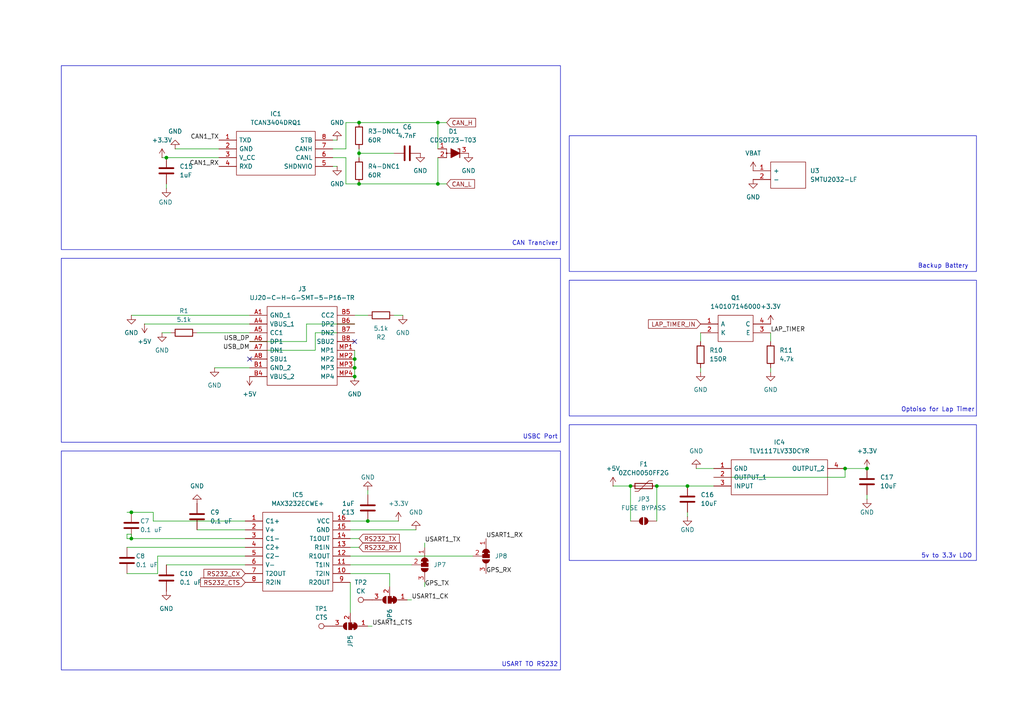
<source format=kicad_sch>
(kicad_sch (version 20250114) (generator "eeschema") (generator_version "9.0")
  (paper "A4")
  (title_block (title "EXT Pheripheral + Power") (rev "1.0") (comment 1 "**** GPS TX?RX will be added with extra sheet"))
  (lib_symbols
    (symbol "140107146000:140107146000" (pin_names (offset 0.762))
      (property "Reference" "Q" (at 16.51 7.62 0))
      (property "Value" "140107146000" (at 16.51 5.08 0))
      (symbol "140107146000_0_0"
        (pin passive line (at 0 0 0) (length 5.08) (name "A") (number "1"))
        (pin passive line (at 0 -2.54 0) (length 5.08) (name "K") (number "2"))
        (pin passive line (at 20.32 0 180) (length 5.08) (name "C") (number "4"))
        (pin passive line (at 20.32 -2.54 180) (length 5.08) (name "E") (number "3"))
      )
      (symbol "140107146000_0_1"
        (polyline (pts (xy 5.08 2.54) (xy 15.24 2.54) (xy 15.24 -5.08) (xy 5.08 -5.08) (xy 5.08 2.54)) (stroke (width 0.1524)))
      )
    )
    (symbol "Connector:TestPoint" (pin_numbers (hide yes)) (pin_names (offset 0.762) (hide yes))
      (property "Reference" "TP" (at 0 6.858 0))
      (property "Value" "TestPoint" (at 0 5.08 0))
      (symbol "TestPoint_0_1"
        (circle (center 0 3.302) (radius 0.762))
      )
      (symbol "TestPoint_1_1"
        (pin passive line (at 0 0 90) (length 2.54) (name "1") (number "1"))
      )
    )
    (symbol "Device:Polyfuse" (pin_numbers (hide yes)) (pin_names (offset 0))
      (property "Reference" "F" (at -2.54 0 90))
      (property "Value" "Polyfuse" (at 2.54 0 90))
      (symbol "Polyfuse_0_1"
        (polyline (pts (xy -1.524 2.54) (xy -1.524 1.524) (xy 1.524 -1.524) (xy 1.524 -2.54)))
        (rectangle (start -0.762 2.54) (end 0.762 -2.54) (stroke (width 0.254)))
        (polyline (pts (xy 0 2.54) (xy 0 -2.54)))
      )
      (symbol "Polyfuse_1_1"
        (pin passive line (at 0 3.81 270) (length 1.27) (name "~") (number "1"))
        (pin passive line (at 0 -3.81 90) (length 1.27) (name "~") (number "2"))
      )
    )
    (symbol "Device:R" (pin_numbers (hide yes)) (pin_names (offset 0))
      (property "Reference" "R" (at 2.032 0 90))
      (property "Value" "R" (at 0 0 90))
      (symbol "R_0_1"
        (rectangle (start -1.016 -2.54) (end 1.016 2.54) (stroke (width 0.254)))
      )
      (symbol "R_1_1"
        (pin passive line (at 0 3.81 270) (length 1.27) (name "~") (number "1"))
        (pin passive line (at 0 -3.81 90) (length 1.27) (name "~") (number "2"))
      )
    )
    (symbol "Jumper:SolderJumper_2_Open" (pin_numbers (hide yes)) (pin_names (offset 0) (hide yes)) (in_bom no)
      (property "Reference" "JP" (at 0 2.032 0))
      (property "Value" "SolderJumper_2_Open" (at 0 -2.54 0))
      (symbol "SolderJumper_2_Open_0_1"
        (polyline (pts (xy -0.254 1.016) (xy -0.254 -1.016)))
        (arc (start -0.254 -1.016) (mid -1.2656 0) (end -0.254 1.016))
        (arc (start -0.254 -1.016) (mid -1.2656 0) (end -0.254 1.016) (fill (type outline)))
        (arc (start 0.254 1.016) (mid 1.2656 0) (end 0.254 -1.016))
        (arc (start 0.254 1.016) (mid 1.2656 0) (end 0.254 -1.016) (fill (type outline)))
        (polyline (pts (xy 0.254 1.016) (xy 0.254 -1.016)))
      )
      (symbol "SolderJumper_2_Open_1_1"
        (pin passive line (at -3.81 0 0) (length 2.54) (name "A") (number "1"))
        (pin passive line (at 3.81 0 180) (length 2.54) (name "B") (number "2"))
      )
    )
    (symbol "Jumper:SolderJumper_3_Bridged12" (pin_names (offset 0) (hide yes)) (in_bom no)
      (property "Reference" "JP" (at -2.54 -2.54 0))
      (property "Value" "SolderJumper_3_Bridged12" (at 0 2.794 0))
      (symbol "SolderJumper_3_Bridged12_0_1"
        (polyline (pts (xy -2.54 0) (xy -2.032 0)))
        (polyline (pts (xy -1.016 1.016) (xy -1.016 -1.016)))
        (rectangle (start -1.016 0.508) (end -0.508 -0.508) (fill (type outline)))
        (arc (start -1.016 -1.016) (mid -2.0276 0) (end -1.016 1.016))
        (arc (start -1.016 -1.016) (mid -2.0276 0) (end -1.016 1.016) (fill (type outline)))
        (rectangle (start -0.508 1.016) (end 0.508 -1.016) (fill (type outline)))
        (polyline (pts (xy 0 -1.27) (xy 0 -1.016)))
        (arc (start 1.016 1.016) (mid 2.0276 0) (end 1.016 -1.016))
        (arc (start 1.016 1.016) (mid 2.0276 0) (end 1.016 -1.016) (fill (type outline)))
        (polyline (pts (xy 1.016 1.016) (xy 1.016 -1.016)))
        (polyline (pts (xy 2.54 0) (xy 2.032 0)))
      )
      (symbol "SolderJumper_3_Bridged12_1_1"
        (pin passive line (at -5.08 0 0) (length 2.54) (name "A") (number "1"))
        (pin passive line (at 0 -3.81 90) (length 2.54) (name "C") (number "2"))
        (pin passive line (at 5.08 0 180) (length 2.54) (name "B") (number "3"))
      )
    )
    (symbol "MAX3232ECWE+:MAX3232ECWE+" (pin_names (offset 0.762))
      (property "Reference" "IC" (at 26.67 7.62 0))
      (property "Value" "MAX3232ECWE+" (at 26.67 5.08 0))
      (symbol "MAX3232ECWE+_0_0"
        (pin passive line (at 0 0 0) (length 5.08) (name "C1+") (number "1"))
        (pin passive line (at 0 -2.54 0) (length 5.08) (name "V+") (number "2"))
        (pin passive line (at 0 -5.08 0) (length 5.08) (name "C1-") (number "3"))
        (pin passive line (at 0 -7.62 0) (length 5.08) (name "C2+") (number "4"))
        (pin passive line (at 0 -10.16 0) (length 5.08) (name "C2-") (number "5"))
        (pin passive line (at 0 -12.7 0) (length 5.08) (name "V-") (number "6"))
        (pin passive line (at 0 -15.24 0) (length 5.08) (name "T2OUT") (number "7"))
        (pin passive line (at 0 -17.78 0) (length 5.08) (name "R2IN") (number "8"))
        (pin passive line (at 30.48 0 180) (length 5.08) (name "VCC") (number "16"))
        (pin passive line (at 30.48 -2.54 180) (length 5.08) (name "GND") (number "15"))
        (pin passive line (at 30.48 -5.08 180) (length 5.08) (name "T1OUT") (number "14"))
        (pin passive line (at 30.48 -7.62 180) (length 5.08) (name "R1IN") (number "13"))
        (pin passive line (at 30.48 -10.16 180) (length 5.08) (name "R1OUT") (number "12"))
        (pin passive line (at 30.48 -12.7 180) (length 5.08) (name "T1IN") (number "11"))
        (pin passive line (at 30.48 -15.24 180) (length 5.08) (name "T2IN") (number "10"))
        (pin passive line (at 30.48 -17.78 180) (length 5.08) (name "R2OUT") (number "9"))
      )
      (symbol "MAX3232ECWE+_0_1"
        (polyline (pts (xy 5.08 2.54) (xy 25.4 2.54) (xy 25.4 -20.32) (xy 5.08 -20.32) (xy 5.08 2.54)) (stroke (width 0.1524)))
      )
    )
    (symbol "PCM_Capacitor_US_AKL:C_Generic" (pin_numbers (hide yes)) (pin_names (offset 0.254))
      (property "Reference" "C" (at 3.175 1.27 0))
      (property "Value" "C_Generic" (at 3.175 -1.27 0))
      (symbol "C_Generic_0_1"
        (polyline (pts (xy -2.032 0.762) (xy 2.032 0.762)) (stroke (width 0.508)))
        (polyline (pts (xy -2.032 -0.762) (xy 2.032 -0.762)) (stroke (width 0.508)))
      )
      (symbol "C_Generic_0_2"
        (polyline (pts (xy -2.54 -2.54) (xy -0.381 -0.381)))
        (polyline (pts (xy -0.508 -0.508) (xy -1.651 0.635)) (stroke (width 0.508)))
        (polyline (pts (xy -0.508 -0.508) (xy 0.635 -1.651)) (stroke (width 0.508)))
        (polyline (pts (xy 0.381 0.381) (xy 2.54 2.54)))
        (polyline (pts (xy 0.508 0.508) (xy -0.635 1.651)) (stroke (width 0.508)))
        (polyline (pts (xy 0.508 0.508) (xy 1.651 -0.635)) (stroke (width 0.508)))
      )
      (symbol "C_Generic_1_1"
        (pin passive line (at 0 3.81 270) (length 2.794) (name "~") (number "1"))
        (pin passive line (at 0 -3.81 90) (length 2.794) (name "~") (number "2"))
      )
      (symbol "C_Generic_1_2"
        (pin passive line (at -2.54 -2.54 90) (length 0) (name "~") (number "2"))
        (pin passive line (at 2.54 2.54 270) (length 0) (name "~") (number "1"))
      )
    )
    (symbol "PCM_Diode_TVS_AKL:CDSOT23-T03" (pin_names (offset 1.016) (hide yes))
      (property "Reference" "D" (at 0 6.35 0))
      (property "Value" "CDSOT23-T03" (at 0 3.81 0))
      (symbol "CDSOT23-T03_0_1"
        (circle (center -2.54 0) (radius 0.1778) (fill (type outline)))
        (polyline (pts (xy -2.54 -1.27) (xy -2.54 1.27)))
        (polyline (pts (xy -1.27 1.27) (xy -1.27 -1.27) (xy 1.27 0) (xy -1.27 1.27)) (stroke (width 0.254)) (fill (type outline)))
        (polyline (pts (xy -1.27 0) (xy -2.54 0)))
        (polyline (pts (xy -1.27 0) (xy 1.27 0)))
        (polyline (pts (xy 1.27 1.27) (xy 0.762 1.27)) (stroke (width 0.254)))
        (polyline (pts (xy 1.27 -1.27) (xy 1.27 1.27)) (stroke (width 0.254)))
      )
      (symbol "CDSOT23-T03_1_1"
        (pin passive line (at -5.08 1.27 0) (length 2.54) (name "A") (number "1"))
        (pin passive line (at -5.08 -1.27 0) (length 2.54) (name "A") (number "2"))
        (pin passive line (at 3.81 0 180) (length 2.54) (name "K") (number "3"))
      )
    )
    (symbol "SMTU2032-LF:SMTU2032-LF" (pin_names (offset 0.762))
      (property "Reference" "U" (at 16.51 7.62 0))
      (property "Value" "SMTU2032-LF" (at 16.51 5.08 0))
      (symbol "SMTU2032-LF_0_0"
        (pin passive line (at 0 0 0) (length 5.08) (name "+") (number "1"))
        (pin passive line (at 0 -2.54 0) (length 5.08) (name "-") (number "2"))
      )
      (symbol "SMTU2032-LF_0_1"
        (polyline (pts (xy 5.08 2.54) (xy 15.24 2.54) (xy 15.24 -5.08) (xy 5.08 -5.08) (xy 5.08 2.54)) (stroke (width 0.1524)))
      )
    )
    (symbol "TCAN3404DRQ1:TCAN3404DRQ1" (pin_names (offset 0.762))
      (property "Reference" "IC" (at 29.21 7.62 0))
      (property "Value" "TCAN3404DRQ1" (at 29.21 5.08 0))
      (symbol "TCAN3404DRQ1_0_0"
        (pin passive line (at 0 0 0) (length 5.08) (name "TXD") (number "1"))
        (pin passive line (at 0 -2.54 0) (length 5.08) (name "GND") (number "2"))
        (pin passive line (at 0 -5.08 0) (length 5.08) (name "V_CC") (number "3"))
        (pin passive line (at 0 -7.62 0) (length 5.08) (name "RXD") (number "4"))
        (pin passive line (at 33.02 0 180) (length 5.08) (name "STB") (number "8"))
        (pin passive line (at 33.02 -2.54 180) (length 5.08) (name "CANH") (number "7"))
        (pin passive line (at 33.02 -5.08 180) (length 5.08) (name "CANL") (number "6"))
        (pin passive line (at 33.02 -7.62 180) (length 5.08) (name "SHDNVIO") (number "5"))
      )
      (symbol "TCAN3404DRQ1_0_1"
        (polyline (pts (xy 5.08 2.54) (xy 27.94 2.54) (xy 27.94 -10.16) (xy 5.08 -10.16) (xy 5.08 2.54)) (stroke (width 0.1524)))
      )
    )
    (symbol "TLV1117LV33DCYR:TLV1117LV33DCYR" (pin_names (offset 0.762))
      (property "Reference" "IC" (at 34.29 7.62 0))
      (property "Value" "TLV1117LV33DCYR" (at 34.29 5.08 0))
      (symbol "TLV1117LV33DCYR_0_0"
        (pin passive line (at 0 0 0) (length 5.08) (name "GND") (number "1"))
        (pin passive line (at 0 -2.54 0) (length 5.08) (name "OUTPUT_1") (number "2"))
        (pin passive line (at 0 -5.08 0) (length 5.08) (name "INPUT") (number "3"))
        (pin passive line (at 38.1 0 180) (length 5.08) (name "OUTPUT_2") (number "4"))
      )
      (symbol "TLV1117LV33DCYR_0_1"
        (polyline (pts (xy 5.08 2.54) (xy 33.02 2.54) (xy 33.02 -7.62) (xy 5.08 -7.62) (xy 5.08 2.54)) (stroke (width 0.1524)))
      )
    )
    (symbol "UJ20-C-H-G-SMT-5-P16-TR:UJ20-C-H-G-SMT-5-P16-TR" (pin_names (offset 0.762))
      (property "Reference" "J" (at 26.67 7.62 0))
      (property "Value" "UJ20-C-H-G-SMT-5-P16-TR" (at 26.67 5.08 0))
      (symbol "UJ20-C-H-G-SMT-5-P16-TR_0_0"
        (pin passive line (at 0 0 0) (length 5.08) (name "GND_1") (number "A1"))
        (pin passive line (at 0 -2.54 0) (length 5.08) (name "VBUS_1") (number "A4"))
        (pin passive line (at 0 -5.08 0) (length 5.08) (name "CC1") (number "A5"))
        (pin passive line (at 0 -7.62 0) (length 5.08) (name "DP1") (number "A6"))
        (pin passive line (at 0 -10.16 0) (length 5.08) (name "DN1") (number "A7"))
        (pin passive line (at 0 -12.7 0) (length 5.08) (name "SBU1") (number "A8"))
        (pin passive line (at 0 -15.24 0) (length 5.08) (name "GND_2") (number "B1"))
        (pin passive line (at 0 -17.78 0) (length 5.08) (name "VBUS_2") (number "B4"))
        (pin passive line (at 30.48 0 180) (length 5.08) (name "CC2") (number "B5"))
        (pin passive line (at 30.48 -2.54 180) (length 5.08) (name "DP2") (number "B6"))
        (pin passive line (at 30.48 -5.08 180) (length 5.08) (name "DN2") (number "B7"))
        (pin passive line (at 30.48 -7.62 180) (length 5.08) (name "SBU2") (number "B8"))
        (pin passive line (at 30.48 -10.16 180) (length 5.08) (name "MP1") (number "MP1"))
        (pin passive line (at 30.48 -12.7 180) (length 5.08) (name "MP2") (number "MP2"))
        (pin passive line (at 30.48 -15.24 180) (length 5.08) (name "MP3") (number "MP3"))
        (pin passive line (at 30.48 -17.78 180) (length 5.08) (name "MP4") (number "MP4"))
      )
      (symbol "UJ20-C-H-G-SMT-5-P16-TR_0_1"
        (polyline (pts (xy 5.08 2.54) (xy 25.4 2.54) (xy 25.4 -20.32) (xy 5.08 -20.32) (xy 5.08 2.54)) (stroke (width 0.1524)))
      )
    )
    (symbol "power:+3.3V" (power) (pin_numbers (hide yes)) (pin_names (offset 0) (hide yes))
      (property "Value" "+3.3V" (at 0 3.556 0))
      (symbol "+3.3V_0_1"
        (polyline (pts (xy -0.762 1.27) (xy 0 2.54)))
        (polyline (pts (xy 0 2.54) (xy 0.762 1.27)))
        (polyline (pts (xy 0 0) (xy 0 2.54)))
      )
      (symbol "+3.3V_1_1"
        (pin power_in line (at 0 0 90) (length 0) (name "~") (number "1"))
      )
    )
    (symbol "power:+5V" (power) (pin_numbers (hide yes)) (pin_names (offset 0) (hide yes))
      (property "Value" "+5V" (at 0 3.556 0))
      (symbol "+5V_0_1"
        (polyline (pts (xy -0.762 1.27) (xy 0 2.54)))
        (polyline (pts (xy 0 2.54) (xy 0.762 1.27)))
        (polyline (pts (xy 0 0) (xy 0 2.54)))
      )
      (symbol "+5V_1_1"
        (pin power_in line (at 0 0 90) (length 0) (name "~") (number "1"))
      )
    )
    (symbol "power:GND" (power) (pin_numbers (hide yes)) (pin_names (offset 0) (hide yes))
      (property "Value" "GND" (at 0 -3.81 0))
      (symbol "GND_0_1"
        (polyline (pts (xy 0 0) (xy 0 -1.27) (xy 1.27 -1.27) (xy 0 -2.54) (xy -1.27 -1.27) (xy 0 -1.27)))
      )
      (symbol "GND_1_1"
        (pin power_in line (at 0 0 270) (length 0) (name "~") (number "1"))
      )
    )
    (symbol "power:VAA" (power) (pin_numbers (hide yes)) (pin_names (offset 0) (hide yes))
      (property "Value" "VAA" (at 0 3.556 0))
      (symbol "VAA_0_1"
        (polyline (pts (xy -0.762 1.27) (xy 0 2.54)))
        (polyline (pts (xy 0 2.54) (xy 0.762 1.27)))
        (polyline (pts (xy 0 0) (xy 0 2.54)))
      )
      (symbol "VAA_1_1"
        (pin power_in line (at 0 0 90) (length 0) (name "~") (number "1"))
      )
    )
  )
  (rectangle (start 17.78 130.81) (end 162.56 194.31))
  (rectangle (start 165.1 123.19) (end 283.21 162.56))
  (rectangle (start 17.78 74.93) (end 162.56 128.27))
  (rectangle (start 165.1 81.28) (end 283.21 120.65))
  (rectangle (start 17.78 19.05) (end 162.56 72.39))
  (rectangle (start 165.1 39.37) (end 283.21 78.74))
  (text "Optoiso for Lap Timer" (at 272.034 118.872 0) (effects (font (size 1.27 1.27))))
  (text "5v to 3.3v LDO" (at 274.574 161.29 0) (effects (font (size 1.27 1.27))))
  (text "Backup Battery" (at 273.558 77.216 0) (effects (font (size 1.27 1.27))))
  (text "USART TO RS232" (at 153.67 192.786 0) (effects (font (size 1.27 1.27))))
  (text "CAN Tranciver" (at 155.194 70.612 0) (effects (font (size 1.27 1.27))))
  (text "USBC Port\n" (at 156.718 126.746 0) (effects (font (size 1.27 1.27))))
  (junction (at 102.87 104.14))
  (junction (at 182.88 140.97))
  (junction (at 48.26 45.72))
  (junction (at 102.87 109.22))
  (junction (at 38.1 148.59))
  (junction (at 102.87 106.68))
  (junction (at 104.14 53.34))
  (junction (at 104.14 35.56))
  (junction (at 251.46 135.89))
  (junction (at 38.1 156.21))
  (junction (at 199.39 140.97))
  (junction (at 127 53.34))
  (junction (at 104.14 44.45))
  (junction (at 245.11 135.89))
  (junction (at 106.68 151.13))
  (junction (at 127 35.56))
  (junction (at 190.5 140.97))
  (no_connect (at 102.87 99.06))
  (no_connect (at 72.39 104.14))
  (wire (pts (xy 101.6 168.91) (xy 101.6 177.8)))
  (wire (pts (xy 127 53.34) (xy 127 45.72)))
  (wire (pts (xy 104.14 156.21) (xy 101.6 156.21)))
  (wire (pts (xy 36.83 158.75) (xy 71.12 158.75)))
  (wire (pts (xy 62.23 106.68) (xy 72.39 106.68)))
  (wire (pts (xy 71.12 161.29) (xy 45.72 161.29)))
  (wire (pts (xy 97.79 48.26) (xy 96.52 48.26)))
  (wire (pts (xy 100.33 45.72) (xy 96.52 45.72)))
  (wire (pts (xy 201.93 135.89) (xy 207.01 135.89)))
  (wire (pts (xy 96.52 43.18) (xy 100.33 43.18)))
  (wire (pts (xy 223.52 99.06) (xy 223.52 96.52)))
  (wire (pts (xy 41.91 93.98) (xy 72.39 93.98)))
  (wire (pts (xy 104.14 44.45) (xy 104.14 43.18)))
  (wire (pts (xy 104.14 44.45) (xy 104.14 45.72)))
  (wire (pts (xy 199.39 140.97) (xy 207.01 140.97)))
  (wire (pts (xy 114.3 44.45) (xy 104.14 44.45)))
  (wire (pts (xy 245.11 138.43) (xy 245.11 135.89)))
  (wire (pts (xy 91.44 101.6) (xy 91.44 96.52)))
  (wire (pts (xy 102.87 106.68) (xy 102.87 109.22)))
  (wire (pts (xy 100.33 35.56) (xy 104.14 35.56)))
  (wire (pts (xy 223.52 107.95) (xy 223.52 106.68)))
  (wire (pts (xy 123.19 157.48) (xy 123.19 158.75)))
  (wire (pts (xy 129.54 53.34) (xy 127 53.34)))
  (wire (pts (xy 46.99 45.72) (xy 48.26 45.72)))
  (wire (pts (xy 190.5 140.97) (xy 199.39 140.97)))
  (wire (pts (xy 245.11 135.89) (xy 251.46 135.89)))
  (wire (pts (xy 45.72 166.37) (xy 36.83 166.37)))
  (wire (pts (xy 48.26 45.72) (xy 63.5 45.72)))
  (wire (pts (xy 101.6 161.29) (xy 137.16 161.29)))
  (wire (pts (xy 57.15 153.67) (xy 71.12 153.67)))
  (wire (pts (xy 101.6 163.83) (xy 119.38 163.83)))
  (wire (pts (xy 100.33 53.34) (xy 100.33 45.72)))
  (wire (pts (xy 48.26 163.83) (xy 71.12 163.83)))
  (wire (pts (xy 72.39 101.6) (xy 91.44 101.6)))
  (wire (pts (xy 38.1 148.59) (xy 44.45 148.59)))
  (wire (pts (xy 97.79 40.64) (xy 96.52 40.64)))
  (wire (pts (xy 88.9 93.98) (xy 88.9 99.06)))
  (wire (pts (xy 123.19 170.18) (xy 123.19 168.91)))
  (wire (pts (xy 106.68 91.44) (xy 102.87 91.44)))
  (wire (pts (xy 36.83 156.21) (xy 38.1 156.21)))
  (wire (pts (xy 104.14 53.34) (xy 100.33 53.34)))
  (wire (pts (xy 177.8 140.97) (xy 182.88 140.97)))
  (wire (pts (xy 36.83 154.94) (xy 38.1 154.94)))
  (wire (pts (xy 113.03 166.37) (xy 101.6 166.37)))
  (wire (pts (xy 127 35.56) (xy 129.54 35.56)))
  (wire (pts (xy 102.87 101.6) (xy 102.87 104.14)))
  (wire (pts (xy 120.65 153.67) (xy 101.6 153.67)))
  (wire (pts (xy 38.1 154.94) (xy 38.1 156.21)))
  (wire (pts (xy 44.45 151.13) (xy 71.12 151.13)))
  (wire (pts (xy 207.01 138.43) (xy 245.11 138.43)))
  (wire (pts (xy 100.33 43.18) (xy 100.33 35.56)))
  (wire (pts (xy 46.99 96.52) (xy 49.53 96.52)))
  (wire (pts (xy 102.87 93.98) (xy 88.9 93.98)))
  (wire (pts (xy 102.87 104.14) (xy 102.87 106.68)))
  (wire (pts (xy 101.6 151.13) (xy 106.68 151.13)))
  (wire (pts (xy 119.38 173.99) (xy 118.11 173.99)))
  (wire (pts (xy 45.72 161.29) (xy 45.72 166.37)))
  (wire (pts (xy 36.83 156.21) (xy 36.83 154.94)))
  (wire (pts (xy 107.95 181.61) (xy 106.68 181.61)))
  (wire (pts (xy 116.84 91.44) (xy 114.3 91.44)))
  (wire (pts (xy 106.68 151.13) (xy 115.57 151.13)))
  (wire (pts (xy 203.2 107.95) (xy 203.2 106.68)))
  (wire (pts (xy 113.03 170.18) (xy 113.03 166.37)))
  (wire (pts (xy 44.45 148.59) (xy 44.45 151.13)))
  (wire (pts (xy 50.8 43.18) (xy 63.5 43.18)))
  (wire (pts (xy 104.14 158.75) (xy 101.6 158.75)))
  (wire (pts (xy 36.83 148.59) (xy 38.1 148.59)))
  (wire (pts (xy 127 35.56) (xy 104.14 35.56)))
  (wire (pts (xy 199.39 148.59) (xy 199.39 149.86)))
  (wire (pts (xy 57.15 96.52) (xy 72.39 96.52)))
  (wire (pts (xy 127 35.56) (xy 127 43.18)))
  (wire (pts (xy 203.2 99.06) (xy 203.2 96.52)))
  (wire (pts (xy 127 53.34) (xy 104.14 53.34)))
  (wire (pts (xy 251.46 143.51) (xy 251.46 144.78)))
  (wire (pts (xy 88.9 99.06) (xy 72.39 99.06)))
  (wire (pts (xy 48.26 54.61) (xy 48.26 53.34)))
  (wire (pts (xy 182.88 140.97) (xy 182.88 151.13)))
  (wire (pts (xy 38.1 91.44) (xy 72.39 91.44)))
  (wire (pts (xy 190.5 140.97) (xy 190.5 151.13)))
  (wire (pts (xy 91.44 96.52) (xy 102.87 96.52)))
  (wire (pts (xy 106.68 142.24) (xy 106.68 143.51)))
  (wire (pts (xy 38.1 156.21) (xy 71.12 156.21)))
  (label "LAP_TIMER" (at 223.52 96.52 0))
  (label "GPS_RX" (at 140.97 166.37 0))
  (label "USB_DM" (at 72.39 101.6 180))
  (label "USART1_TX" (at 123.19 157.48 0))
  (label "USB_DP" (at 72.39 99.06 180))
  (label "USART1_CTS" (at 107.95 181.61 0))
  (label "USART1_RX" (at 140.97 156.21 0))
  (label "USART1_CK" (at 119.38 173.99 0))
  (label "CAN1_RX" (at 63.5 48.26 180))
  (label "GPS_TX" (at 123.19 170.18 0))
  (label "CAN1_TX" (at 63.5 40.64 180))
  (global_label "CAN_H" (shape input) (at 129.54 35.56 0) (property "Intersheetrefs" "${INTERSHEET_REFS}" (effects (hide yes))))
  (global_label "LAP_TIMER_IN" (shape input) (at 203.2 93.98 180) (property "Intersheetrefs" "${INTERSHEET_REFS}" (effects (hide yes))))
  (global_label "RS232_RX" (shape input) (at 104.14 158.75 0) (property "Intersheetrefs" "${INTERSHEET_REFS}" (effects (hide yes))))
  (global_label "RS232_TX" (shape input) (at 104.14 156.21 0) (property "Intersheetrefs" "${INTERSHEET_REFS}" (effects (hide yes))))
  (global_label "CAN_L" (shape input) (at 129.54 53.34 0) (property "Intersheetrefs" "${INTERSHEET_REFS}" (effects (hide yes))))
  (global_label "RS232_CX" (shape input) (at 71.12 166.37 180) (property "Intersheetrefs" "${INTERSHEET_REFS}" (effects (hide yes))))
  (global_label "RS232_CTS" (shape input) (at 71.12 168.91 180) (property "Intersheetrefs" "${INTERSHEET_REFS}" (effects (hide yes))))
  (symbol (lib_id "Device:R") (at 104.14 49.53 0) (unit 1)
    (property "Reference" "R4-DNC1" (at 106.68 48.2599 0) (effects (justify left)))
    (property "Value" "60R" (at 106.68 50.7999 0) (effects (justify left)))
    (property "Footprint" "PCM_Resistor_SMD_AKL:R_0805_2012Metric" (effects (hide yes)))
    (property "Description" "Resistor" (effects (hide yes)))
  )
  (symbol (lib_id "PCM_Capacitor_US_AKL:C_Generic") (at 106.68 147.32 180) (unit 1)
    (property "Reference" "C13" (at 102.87 148.5901 0) (effects (justify left)))
    (property "Value" "1uF" (at 102.87 146.0501 0) (effects (justify left)))
    (property "Footprint" "Capacitor_SMD:C_0805_2012Metric" (effects (hide yes)))
    (property "Description" "Unpolarized capacitor, Generic Symbol, Alternate KiCad Library" (effects (hide yes)))
  )
  (symbol (lib_id "TCAN3404DRQ1:TCAN3404DRQ1") (at 63.5 40.64 0) (unit 1)
    (property "Reference" "IC1" (at 80.01 33.02 0))
    (property "Value" "TCAN3404DRQ1" (at 80.01 35.56 0))
    (property "Footprint" "Sufst_GPS:SOIC127P600X175-8N" (effects (hide yes)))
    (property "Datasheet" "https://www.ti.com/lit/ds/symlink/tcan3404-q1.pdf?ts=1728276225512&ref_url=https%253A%252F%252Fwww.mouser.in%252F" (effects (hide yes)))
    (property "Description" "CAN Interface IC Automotive 3.3V CAN flexible-data-rate (FD) transceiver with shutdown and standby mode 8-SOIC -40 to 150" (effects (hide yes)))
    (property "Description_1" "CAN Interface IC Automotive 3.3V CAN flexible-data-rate (FD) transceiver with shutdown and standby mode 8-SOIC -40 to 150" (effects (hide yes)))
    (property "Height" "1.75" (effects (hide yes)))
    (property "Mouser Part Number" "595-TCAN3404DRQ1" (effects (hide yes)))
    (property "Mouser Price/Stock" "https://www.mouser.co.uk/ProductDetail/Texas-Instruments/TCAN3404DRQ1?qs=VVKQmw408U%252B21737r85FWg%3D%3D" (effects (hide yes)))
    (property "Manufacturer_Name" "Texas Instruments" (effects (hide yes)))
    (property "Manufacturer_Part_Number" "TCAN3404DRQ1" (effects (hide yes)))
  )
  (symbol (lib_id "power:GND") (at 251.46 144.78 0) (unit 1)
    (property "Reference" "#PWR049" (effects (hide yes)))
    (property "Value" "GND" (at 251.46 148.59 0))
    (property "Description" "Power symbol creates a global label with name \"GND\" , ground" (effects (hide yes)))
  )
  (symbol (lib_id "power:GND") (at 62.23 106.68 0) (unit 1)
    (property "Reference" "#PWR013" (effects (hide yes)))
    (property "Value" "GND" (at 62.23 111.76 0))
    (property "Description" "Power symbol creates a global label with name \"GND\" , ground" (effects (hide yes)))
  )
  (symbol (lib_id "power:+3.3V") (at 115.57 151.13 0) (unit 1)
    (property "Reference" "#PWR032" (effects (hide yes)))
    (property "Value" "+3.3V" (at 115.57 146.05 0))
    (property "Description" "Power symbol creates a global label with name \"+3.3V\"" (effects (hide yes)))
  )
  (symbol (lib_id "power:GND") (at 48.26 54.61 0) (unit 1)
    (property "Reference" "#PWR045" (effects (hide yes)))
    (property "Value" "GND" (at 48.006 58.674 0))
    (property "Description" "Power symbol creates a global label with name \"GND\" , ground" (effects (hide yes)))
  )
  (symbol (lib_id "Connector:TestPoint") (at 96.52 181.61 90) (unit 1)
    (property "Reference" "TP1" (at 93.218 176.53 90))
    (property "Value" "CTS" (at 93.218 179.07 90))
    (property "Footprint" "TestPoint:TestPoint_Pad_D1.0mm" (effects (hide yes)))
    (property "Description" "test point" (effects (hide yes)))
  )
  (symbol (lib_id "power:GND") (at 199.39 149.86 0) (unit 1)
    (property "Reference" "#PWR048" (effects (hide yes)))
    (property "Value" "GND" (at 199.39 153.67 0))
    (property "Description" "Power symbol creates a global label with name \"GND\" , ground" (effects (hide yes)))
  )
  (symbol (lib_id "SMTU2032-LF:SMTU2032-LF") (at 218.44 49.53 0) (unit 1)
    (property "Reference" "U3" (at 234.95 49.5299 0) (effects (justify left)))
    (property "Value" "SMTU2032-LF" (at 234.95 52.0699 0) (effects (justify left)))
    (property "Footprint" "Sufst_GPS:SMTU2032LF" (effects (hide yes)))
    (property "Datasheet" "https://componentsearchengine.com/Datasheets/1/SMTU2032-LF.pdf" (effects (hide yes)))
    (property "Description" "Coin Cell Battery Holders SFC MNT FOR CR2032" (effects (hide yes)))
    (property "Description_1" "Coin Cell Battery Holders SFC MNT FOR CR2032" (effects (hide yes)))
    (property "Height" "5" (effects (hide yes)))
    (property "Mouser Part Number" "614-SMTU2032-LF" (effects (hide yes)))
    (property "Mouser Price/Stock" "https://www.mouser.co.uk/ProductDetail/Renata/SMTU2032-LF?qs=r1PAtlylphCLeXbokB9Tog%3D%3D" (effects (hide yes)))
    (property "Manufacturer_Name" "RENATA" (effects (hide yes)))
    (property "Manufacturer_Part_Number" "SMTU2032-LF" (effects (hide yes)))
  )
  (symbol (lib_id "PCM_Diode_TVS_AKL:CDSOT23-T03") (at 132.08 44.45 0) (unit 1)
    (property "Reference" "D1" (at 131.4196 38.1 0))
    (property "Value" "CDSOT23-T03" (at 131.4196 40.64 0))
    (property "Footprint" "PCM_Package_TO_SOT_SMD_AKL:SOT-23" (effects (hide yes)))
    (property "Datasheet" "https://www.tme.eu/Document/9764995c5718b6f3acd7a87073e47d0c/CDSOT23-T03_T36C.pdf" (effects (hide yes)))
    (property "Description" "SOT-23 Unidirectional TVS diode, 3.3V, 500W, Alternate KiCAD Library" (effects (hide yes)))
  )
  (symbol (lib_id "PCM_Capacitor_US_AKL:C_Generic") (at 57.15 149.86 0) (unit 1)
    (property "Reference" "C9" (at 60.96 148.5899 0) (effects (justify left)))
    (property "Value" "0.1 uF" (at 60.96 151.1299 0) (effects (justify left)))
    (property "Footprint" "Capacitor_SMD:C_0805_2012Metric" (effects (hide yes)))
    (property "Description" "Unpolarized capacitor, Generic Symbol, Alternate KiCad Library" (effects (hide yes)))
  )
  (symbol (lib_id "Device:R") (at 223.52 102.87 180) (unit 1)
    (property "Reference" "R11" (at 226.06 101.5999 0) (effects (justify right)))
    (property "Value" "4.7k" (at 226.06 104.1399 0) (effects (justify right)))
    (property "Footprint" "PCM_Resistor_SMD_AKL:R_0805_2012Metric" (effects (hide yes)))
    (property "Description" "Resistor" (effects (hide yes)))
  )
  (symbol (lib_id "power:GND") (at 97.79 48.26 0) (unit 1)
    (property "Reference" "#PWR017" (effects (hide yes)))
    (property "Value" "GND" (at 97.79 53.34 0))
    (property "Description" "Power symbol creates a global label with name \"GND\" , ground" (effects (hide yes)))
  )
  (symbol (lib_id "PCM_Capacitor_US_AKL:C_Generic") (at 199.39 144.78 0) (unit 1)
    (property "Reference" "C16" (at 203.2 143.5099 0) (effects (justify left)))
    (property "Value" "10uF" (at 203.2 146.0499 0) (effects (justify left)))
    (property "Footprint" "Capacitor_SMD:C_0805_2012Metric" (effects (hide yes)))
    (property "Description" "Unpolarized capacitor, Generic Symbol, Alternate KiCad Library" (effects (hide yes)))
  )
  (symbol (lib_id "power:GND") (at 102.87 109.22 0) (unit 1)
    (property "Reference" "#PWR014" (effects (hide yes)))
    (property "Value" "GND" (at 102.87 114.3 0))
    (property "Description" "Power symbol creates a global label with name \"GND\" , ground" (effects (hide yes)))
  )
  (symbol (lib_id "power:VAA") (at 218.44 49.53 0) (unit 1)
    (property "Reference" "#PWR067" (effects (hide yes)))
    (property "Value" "VBAT" (at 218.44 44.45 0))
    (property "Description" "Power symbol creates a global label with name \"VAA\"" (effects (hide yes)))
  )
  (symbol (lib_id "power:+5V") (at 41.91 93.98 180) (unit 1)
    (property "Reference" "#PWR016" (effects (hide yes)))
    (property "Value" "+5V" (at 41.91 99.06 0))
    (property "Description" "Power symbol creates a global label with name \"+5V\"" (effects (hide yes)))
  )
  (symbol (lib_id "power:+3.3V") (at 46.99 45.72 0) (unit 1)
    (property "Reference" "#PWR019" (effects (hide yes)))
    (property "Value" "+3.3V" (at 46.99 40.64 0))
    (property "Description" "Power symbol creates a global label with name \"+3.3V\"" (effects (hide yes)))
  )
  (symbol (lib_id "Jumper:SolderJumper_3_Bridged12") (at 101.6 181.61 180) (unit 1) (in_bom no)
    (property "Reference" "JP5" (at 101.6001 184.15 90) (effects (justify left)))
    (property "Value" "SolderJumper_3_Bridged12" (effects (hide yes)))
    (property "Footprint" "Jumper:SolderJumper-3_P1.3mm_Bridged12_RoundedPad1.0x1.5mm" (effects (hide yes)))
    (property "Description" "3-pole Solder Jumper, pins 1+2 closed/bridged" (effects (hide yes)))
  )
  (symbol (lib_id "power:GND") (at 38.1 91.44 0) (unit 1)
    (property "Reference" "#PWR012" (effects (hide yes)))
    (property "Value" "GND" (at 38.1 96.52 0))
    (property "Description" "Power symbol creates a global label with name \"GND\" , ground" (effects (hide yes)))
  )
  (symbol (lib_id "Device:R") (at 203.2 102.87 0) (unit 1)
    (property "Reference" "R10" (at 205.74 101.5999 0) (effects (justify left)))
    (property "Value" "150R" (at 205.74 104.1399 0) (effects (justify left)))
    (property "Description" "Resistor" (effects (hide yes)))
  )
  (symbol (lib_id "power:GND") (at 46.99 96.52 0) (unit 1)
    (property "Reference" "#PWR010" (effects (hide yes)))
    (property "Value" "GND" (at 46.99 101.6 0))
    (property "Description" "Power symbol creates a global label with name \"GND\" , ground" (effects (hide yes)))
  )
  (symbol (lib_id "power:GND") (at 121.92 44.45 0) (unit 1)
    (property "Reference" "#PWR021" (effects (hide yes)))
    (property "Value" "GND" (at 121.92 49.53 0))
    (property "Description" "Power symbol creates a global label with name \"GND\" , ground" (effects (hide yes)))
  )
  (symbol (lib_id "power:GND") (at 97.79 40.64 180) (unit 1)
    (property "Reference" "#PWR018" (effects (hide yes)))
    (property "Value" "GND" (at 97.79 35.56 0))
    (property "Description" "Power symbol creates a global label with name \"GND\" , ground" (effects (hide yes)))
  )
  (symbol (lib_id "Connector:TestPoint") (at 107.95 173.99 90) (unit 1)
    (property "Reference" "TP2" (at 104.648 168.91 90))
    (property "Value" "CK" (at 104.648 171.45 90))
    (property "Footprint" "TestPoint:TestPoint_Pad_D1.0mm" (effects (hide yes)))
    (property "Description" "test point" (effects (hide yes)))
  )
  (symbol (lib_id "Jumper:SolderJumper_3_Bridged12") (at 113.03 173.99 180) (unit 1) (in_bom no)
    (property "Reference" "JP6" (at 113.0301 176.53 90) (effects (justify left)))
    (property "Value" "SolderJumper_3_Bridged12" (effects (hide yes)))
    (property "Footprint" "Jumper:SolderJumper-3_P1.3mm_Bridged12_RoundedPad1.0x1.5mm" (effects (hide yes)))
    (property "Description" "3-pole Solder Jumper, pins 1+2 closed/bridged" (effects (hide yes)))
  )
  (symbol (lib_id "power:+3.3V") (at 223.52 93.98 0) (unit 1)
    (property "Reference" "#PWR063" (effects (hide yes)))
    (property "Value" "+3.3V" (at 223.52 88.9 0))
    (property "Description" "Power symbol creates a global label with name \"+3.3V\"" (effects (hide yes)))
  )
  (symbol (lib_id "PCM_Capacitor_US_AKL:C_Generic") (at 251.46 139.7 0) (unit 1)
    (property "Reference" "C17" (at 255.27 138.4299 0) (effects (justify left)))
    (property "Value" "10uF" (at 255.27 140.9699 0) (effects (justify left)))
    (property "Footprint" "Capacitor_SMD:C_0805_2012Metric" (effects (hide yes)))
    (property "Description" "Unpolarized capacitor, Generic Symbol, Alternate KiCad Library" (effects (hide yes)))
  )
  (symbol (lib_id "power:+5V") (at 72.39 109.22 180) (unit 1)
    (property "Reference" "#PWR015" (effects (hide yes)))
    (property "Value" "+5V" (at 72.39 114.3 0))
    (property "Description" "Power symbol creates a global label with name \"+5V\"" (effects (hide yes)))
  )
  (symbol (lib_id "power:GND") (at 120.65 153.67 180) (unit 1)
    (property "Reference" "#PWR031" (effects (hide yes)))
    (property "Value" "GND" (at 120.65 148.59 0))
    (property "Description" "Power symbol creates a global label with name \"GND\" , ground" (effects (hide yes)))
  )
  (symbol (lib_id "PCM_Capacitor_US_AKL:C_Generic") (at 38.1 152.4 0) (unit 1)
    (property "Reference" "C7" (at 40.64 151.1299 0) (effects (justify left)))
    (property "Value" "0.1 uF" (at 40.64 153.6699 0) (effects (justify left)))
    (property "Footprint" "Capacitor_SMD:C_0805_2012Metric" (effects (hide yes)))
    (property "Description" "Unpolarized capacitor, Generic Symbol, Alternate KiCad Library" (effects (hide yes)))
  )
  (symbol (lib_id "power:GND") (at 48.26 171.45 0) (unit 1)
    (property "Reference" "#PWR030" (effects (hide yes)))
    (property "Value" "GND" (at 48.26 176.53 0))
    (property "Description" "Power symbol creates a global label with name \"GND\" , ground" (effects (hide yes)))
  )
  (symbol (lib_id "PCM_Capacitor_US_AKL:C_Generic") (at 36.83 162.56 0) (unit 1)
    (property "Reference" "C8" (at 39.37 161.2899 0) (effects (justify left)))
    (property "Value" "0.1 uF" (at 39.37 163.8299 0) (effects (justify left)))
    (property "Footprint" "Capacitor_SMD:C_0805_2012Metric" (effects (hide yes)))
    (property "Description" "Unpolarized capacitor, Generic Symbol, Alternate KiCad Library" (effects (hide yes)))
  )
  (symbol (lib_id "Device:R") (at 104.14 39.37 0) (unit 1)
    (property "Reference" "R3-DNC1" (at 106.68 38.0999 0) (effects (justify left)))
    (property "Value" "60R" (at 106.68 40.6399 0) (effects (justify left)))
    (property "Footprint" "PCM_Resistor_SMD_AKL:R_0805_2012Metric" (effects (hide yes)))
    (property "Description" "Resistor" (effects (hide yes)))
  )
  (symbol (lib_id "140107146000:140107146000") (at 203.2 93.98 0) (unit 1)
    (property "Reference" "Q1" (at 213.36 86.36 0))
    (property "Value" "140107146000" (at 213.36 88.9 0))
    (property "Footprint" "140107146000" (effects (hide yes)))
    (property "Datasheet" "https://www.we-online.com/catalog/datasheet/140107146000.pdf" (effects (hide yes)))
    (property "Description" "WL-OCPT Optocoupler Phototransistor LSOP4 VCE=80V,VISO=5000VRMS" (effects (hide yes)))
    (property "Description_1" "WL-OCPT Optocoupler Phototransistor LSOP4 VCE=80V,VISO=5000VRMS" (effects (hide yes)))
    (property "Height" "2" (effects (hide yes)))
    (property "Mouser Part Number" "710-140107146000" (effects (hide yes)))
    (property "Mouser Price/Stock" "https://www.mouser.co.uk/ProductDetail/Wurth-Elektronik/140107146000?qs=81r%252BiQLm7BRODkwSeQxsWQ%3D%3D" (effects (hide yes)))
    (property "Manufacturer_Name" "Wurth Elektronik" (effects (hide yes)))
    (property "Manufacturer_Part_Number" "140107146000" (effects (hide yes)))
  )
  (symbol (lib_id "power:GND") (at 201.93 135.89 180) (unit 1)
    (property "Reference" "#PWR046" (effects (hide yes)))
    (property "Value" "GND" (at 201.93 130.81 0))
    (property "Description" "Power symbol creates a global label with name \"GND\" , ground" (effects (hide yes)))
  )
  (symbol (lib_id "Jumper:SolderJumper_3_Bridged12") (at 123.19 163.83 270) (unit 1) (in_bom no)
    (property "Reference" "JP7" (at 125.73 163.8299 90) (effects (justify left)))
    (property "Value" "SolderJumper_3_Bridged12" (effects (hide yes)))
    (property "Footprint" "Jumper:SolderJumper-3_P1.3mm_Bridged12_RoundedPad1.0x1.5mm" (effects (hide yes)))
    (property "Description" "3-pole Solder Jumper, pins 1+2 closed/bridged" (effects (hide yes)))
  )
  (symbol (lib_id "power:+5V") (at 177.8 140.97 0) (unit 1)
    (property "Reference" "#PWR047" (effects (hide yes)))
    (property "Value" "+5V" (at 177.8 135.89 0))
    (property "Description" "Power symbol creates a global label with name \"+5V\"" (effects (hide yes)))
  )
  (symbol (lib_id "Device:R") (at 53.34 96.52 90) (unit 1)
    (property "Reference" "R1" (at 53.34 90.17 90))
    (property "Value" "5.1k" (at 53.34 92.71 90))
    (property "Footprint" "PCM_Resistor_SMD_AKL:R_0805_2012Metric" (effects (hide yes)))
    (property "Description" "Resistor" (effects (hide yes)))
  )
  (symbol (lib_id "power:GND") (at 135.89 44.45 0) (unit 1)
    (property "Reference" "#PWR022" (effects (hide yes)))
    (property "Value" "GND" (at 135.89 49.53 0))
    (property "Description" "Power symbol creates a global label with name \"GND\" , ground" (effects (hide yes)))
  )
  (symbol (lib_id "Device:R") (at 110.49 91.44 270) (unit 1)
    (property "Reference" "R2" (at 110.49 97.79 90))
    (property "Value" "5.1k" (at 110.49 95.25 90))
    (property "Footprint" "PCM_Resistor_SMD_AKL:R_0805_2012Metric" (effects (hide yes)))
    (property "Description" "Resistor" (effects (hide yes)))
  )
  (symbol (lib_id "power:GND") (at 57.15 146.05 180) (unit 1)
    (property "Reference" "#PWR029" (effects (hide yes)))
    (property "Value" "GND" (at 57.15 140.97 0))
    (property "Description" "Power symbol creates a global label with name \"GND\" , ground" (effects (hide yes)))
  )
  (symbol (lib_id "Device:Polyfuse") (at 186.69 140.97 90) (unit 1)
    (property "Reference" "F1" (at 186.69 134.62 90))
    (property "Value" "0ZCH0050FF2G" (at 186.69 137.16 90))
    (property "Footprint" "Fuse:Fuse_1210_3225Metric_Pad1.42x2.65mm_HandSolder" (effects (hide yes)))
    (property "Description" "Resettable fuse, polymeric positive temperature coefficient" (effects (hide yes)))
  )
  (symbol (lib_id "power:+3.3V") (at 251.46 135.89 0) (unit 1)
    (property "Reference" "#PWR050" (effects (hide yes)))
    (property "Value" "+3.3V" (at 251.46 130.81 0))
    (property "Description" "Power symbol creates a global label with name \"+3.3V\"" (effects (hide yes)))
  )
  (symbol (lib_id "PCM_Capacitor_US_AKL:C_Generic") (at 48.26 167.64 0) (unit 1)
    (property "Reference" "C10" (at 52.07 166.3699 0) (effects (justify left)))
    (property "Value" "0.1 uF" (at 52.07 168.9099 0) (effects (justify left)))
    (property "Footprint" "Capacitor_SMD:C_0805_2012Metric" (effects (hide yes)))
    (property "Description" "Unpolarized capacitor, Generic Symbol, Alternate KiCad Library" (effects (hide yes)))
  )
  (symbol (lib_id "power:GND") (at 223.52 107.95 0) (unit 1)
    (property "Reference" "#PWR064" (effects (hide yes)))
    (property "Value" "GND" (at 223.52 113.03 0))
    (property "Description" "Power symbol creates a global label with name \"GND\" , ground" (effects (hide yes)))
  )
  (symbol (lib_id "Jumper:SolderJumper_2_Open") (at 186.69 151.13 0) (unit 1) (in_bom no)
    (property "Reference" "JP3" (at 186.69 144.78 0))
    (property "Value" "FUSE BYPASS" (at 186.69 147.32 0))
    (property "Footprint" "Jumper:SolderJumper-2_P1.3mm_Open_RoundedPad1.0x1.5mm" (effects (hide yes)))
    (property "Description" "Solder Jumper, 2-pole, open" (effects (hide yes)))
  )
  (symbol (lib_id "Jumper:SolderJumper_3_Bridged12") (at 140.97 161.29 270) (unit 1) (in_bom no)
    (property "Reference" "JP8" (at 143.51 161.2899 90) (effects (justify left)))
    (property "Value" "SolderJumper_3_Bridged12" (effects (hide yes)))
    (property "Footprint" "Jumper:SolderJumper-3_P1.3mm_Bridged12_RoundedPad1.0x1.5mm" (effects (hide yes)))
    (property "Description" "3-pole Solder Jumper, pins 1+2 closed/bridged" (effects (hide yes)))
  )
  (symbol (lib_id "power:GND") (at 203.2 107.95 0) (unit 1)
    (property "Reference" "#PWR062" (effects (hide yes)))
    (property "Value" "GND" (at 203.2 113.03 0))
    (property "Description" "Power symbol creates a global label with name \"GND\" , ground" (effects (hide yes)))
  )
  (symbol (lib_id "MAX3232ECWE+:MAX3232ECWE+") (at 71.12 151.13 0) (unit 1)
    (property "Reference" "IC5" (at 86.36 143.51 0))
    (property "Value" "MAX3232ECWE+" (at 86.36 146.05 0))
    (property "Footprint" "Sufst_GPS:SOIC127P1032X265-16N" (effects (hide yes)))
    (property "Datasheet" "http://datasheets.maximintegrated.com/en/ds/MAX3222E-MAX3246E.pdf" (effects (hide yes)))
    (property "Description" "MAX3232ECWE+, Line Transceiver, EIA/TIA-232, RS-232, V.24, V.28 2-TX 2-RX 2-TRX, 3.3, 5V, 16-Pin SOIC W" (effects (hide yes)))
    (property "Description_1" "MAX3232ECWE+, Line Transceiver, EIA/TIA-232, RS-232, V.24, V.28 2-TX 2-RX 2-TRX, 3.3, 5V, 16-Pin SOIC W" (effects (hide yes)))
    (property "Height" "2.65" (effects (hide yes)))
    (property "Mouser Part Number" "700-MAX3232ECWE" (effects (hide yes)))
    (property "Mouser Price/Stock" "https://www.mouser.co.uk/ProductDetail/Analog-Devices-Maxim-Integrated/MAX3232ECWE%2b?qs=1THa7WoU59Hx4T4Zj5mvHA%3D%3D" (effects (hide yes)))
    (property "Manufacturer_Name" "Analog Devices" (effects (hide yes)))
    (property "Manufacturer_Part_Number" "MAX3232ECWE+" (effects (hide yes)))
  )
  (symbol (lib_id "UJ20-C-H-G-SMT-5-P16-TR:UJ20-C-H-G-SMT-5-P16-TR") (at 72.39 91.44 0) (unit 1)
    (property "Reference" "J3" (at 87.63 83.82 0))
    (property "Value" "UJ20-C-H-G-SMT-5-P16-TR" (at 87.63 86.36 0))
    (property "Footprint" "Sufst_GPS:UJ20CHGSMT5P16TR" (effects (hide yes)))
    (property "Datasheet" "https://www.sameskydevices.com/product/resource/uj20-c-h-g-smt-5-p16-tr.pdf" (effects (hide yes)))
    (property "Description" "Type C, USB 2.0, 480 Mbps, 48 Vac, 5 A, Horizontal, Gold Plated 3u, Surface Mount with post, 16 pin, USB Receptacle" (effects (hide yes)))
    (property "Description_1" "Type C, USB 2.0, 480 Mbps, 48 Vac, 5 A, Horizontal, Gold Plated 3u, Surface Mount with post, 16 pin, USB Receptacle" (effects (hide yes)))
    (property "Height" "3.41" (effects (hide yes)))
    (property "Mouser Part Number" "179-UJ20CHGSMT5P16TR" (effects (hide yes)))
    (property "Mouser Price/Stock" "https://www.mouser.co.uk/ProductDetail/Same-Sky/UJ20-C-H-G-SMT-5-P16-TR?qs=IKkN%2F947nfD2hE8asV9%252BEg%3D%3D" (effects (hide yes)))
    (property "Manufacturer_Name" "Same Sky" (effects (hide yes)))
    (property "Manufacturer_Part_Number" "UJ20-C-H-G-SMT-5-P16-TR" (effects (hide yes)))
  )
  (symbol (lib_id "power:GND") (at 106.68 142.24 180) (unit 1)
    (property "Reference" "#PWR043" (effects (hide yes)))
    (property "Value" "GND" (at 106.68 138.43 0))
    (property "Description" "Power symbol creates a global label with name \"GND\" , ground" (effects (hide yes)))
  )
  (symbol (lib_id "PCM_Capacitor_US_AKL:C_Generic") (at 48.26 49.53 0) (unit 1)
    (property "Reference" "C15" (at 52.07 48.2599 0) (effects (justify left)))
    (property "Value" "1uF" (at 52.07 50.7999 0) (effects (justify left)))
    (property "Footprint" "Capacitor_SMD:C_0805_2012Metric" (effects (hide yes)))
    (property "Description" "Unpolarized capacitor, Generic Symbol, Alternate KiCad Library" (effects (hide yes)))
  )
  (symbol (lib_id "power:GND") (at 218.44 52.07 0) (unit 1)
    (property "Reference" "#PWR068" (effects (hide yes)))
    (property "Value" "GND" (at 218.44 57.15 0))
    (property "Description" "Power symbol creates a global label with name \"GND\" , ground" (effects (hide yes)))
  )
  (symbol (lib_id "power:GND") (at 50.8 43.18 180) (unit 1)
    (property "Reference" "#PWR020" (effects (hide yes)))
    (property "Value" "GND" (at 50.8 38.1 0))
    (property "Description" "Power symbol creates a global label with name \"GND\" , ground" (effects (hide yes)))
  )
  (symbol (lib_id "PCM_Capacitor_US_AKL:C_Generic") (at 118.11 44.45 90) (unit 1)
    (property "Reference" "C6" (at 118.11 36.83 90))
    (property "Value" "4.7nF" (at 118.11 39.37 90))
    (property "Footprint" "Capacitor_SMD:C_0805_2012Metric" (effects (hide yes)))
    (property "Description" "Unpolarized capacitor, Generic Symbol, Alternate KiCad Library" (effects (hide yes)))
  )
  (symbol (lib_id "power:GND") (at 116.84 91.44 0) (unit 1)
    (property "Reference" "#PWR011" (effects (hide yes)))
    (property "Value" "GND" (at 116.84 96.52 0))
    (property "Description" "Power symbol creates a global label with name \"GND\" , ground" (effects (hide yes)))
  )
  (symbol (lib_id "TLV1117LV33DCYR:TLV1117LV33DCYR") (at 207.01 135.89 0) (unit 1)
    (property "Reference" "IC4" (at 226.06 128.27 0))
    (property "Value" "TLV1117LV33DCYR" (at 226.06 130.81 0))
    (property "Footprint" "Sufst_GPS:SOT230P700X180-4N" (effects (hide yes)))
    (property "Datasheet" "http://www.ti.com/lit/gpn/tlv1117lv" (effects (hide yes)))
    (property "Description" "1-A, Positive Fixed Voltage, Low-Dropout Regulator" (effects (hide yes)))
    (property "Description_1" "1-A, Positive Fixed Voltage, Low-Dropout Regulator" (effects (hide yes)))
    (property "Height" "1.8" (effects (hide yes)))
    (property "Mouser Part Number" "595-TLV1117LV33DCYR" (effects (hide yes)))
    (property "Mouser Price/Stock" "https://www.mouser.co.uk/ProductDetail/Texas-Instruments/TLV1117LV33DCYR?qs=tEz3BkPb1rwzXMb8FiWhow%3D%3D" (effects (hide yes)))
    (property "Manufacturer_Name" "Texas Instruments" (effects (hide yes)))
    (property "Manufacturer_Part_Number" "TLV1117LV33DCYR" (effects (hide yes)))
  )
)
</source>
